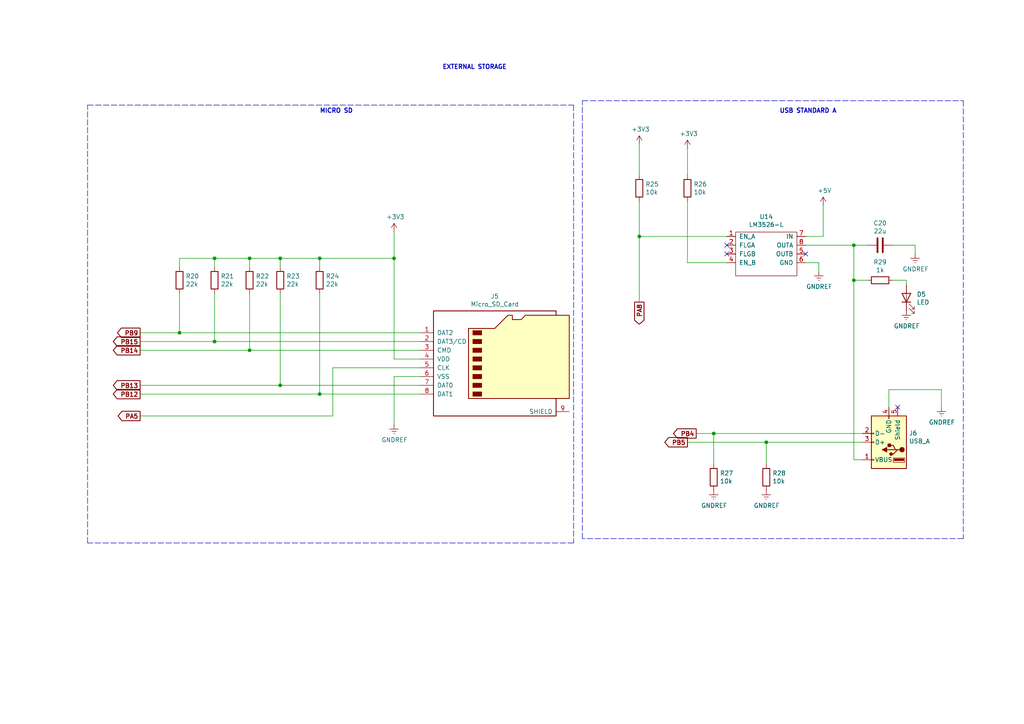
<source format=kicad_sch>
(kicad_sch (version 20211123) (generator eeschema)
  (paper "A4")
  (lib_symbols
    (symbol "Connector:Micro_SD_Card" (pin_names (offset 1.016))
      (property "Reference" "J" (at -16.51 15.24 0))
      (property "Value" "Micro_SD_Card" (at 16.51 15.24 0))
      (symbol "Micro_SD_Card_0_1"
        (rectangle (start -7.62 -9.525) (end -5.08 -10.795) (fill (type outline)))
        (rectangle (start -7.62 -6.985) (end -5.08 -8.255) (fill (type outline)))
        (rectangle (start -7.62 -4.445) (end -5.08 -5.715) (fill (type outline)))
        (rectangle (start -7.62 -1.905) (end -5.08 -3.175) (fill (type outline)))
        (rectangle (start -7.62 0.635) (end -5.08 -0.635) (fill (type outline)))
        (rectangle (start -7.62 3.175) (end -5.08 1.905) (fill (type outline)))
        (rectangle (start -7.62 5.715) (end -5.08 4.445) (fill (type outline)))
        (rectangle (start -7.62 8.255) (end -5.08 6.985) (fill (type outline)))
        (polyline (pts (xy 16.51 12.7) (xy 16.51 13.97) (xy -19.05 13.97) (xy -19.05 -16.51) (xy 16.51 -16.51) (xy 16.51 -11.43)) (stroke (width 0.254)))
        (polyline (pts (xy -8.89 -11.43) (xy -8.89 8.89) (xy -1.27 8.89) (xy 2.54 12.7) (xy 3.81 12.7) (xy 3.81 11.43) (xy 6.35 11.43) (xy 7.62 12.7) (xy 20.32 12.7) (xy 20.32 -11.43) (xy -8.89 -11.43)) (stroke (width 0.254)) (fill (type background)))
      )
      (symbol "Micro_SD_Card_1_1"
        (pin bidirectional line (at -22.86 7.62 0) (length 3.81) (name "DAT2") (number "1"))
        (pin bidirectional line (at -22.86 5.08 0) (length 3.81) (name "DAT3/CD") (number "2"))
        (pin input line (at -22.86 2.54 0) (length 3.81) (name "CMD") (number "3"))
        (pin power_in line (at -22.86 0 0) (length 3.81) (name "VDD") (number "4"))
        (pin input line (at -22.86 -2.54 0) (length 3.81) (name "CLK") (number "5"))
        (pin power_in line (at -22.86 -5.08 0) (length 3.81) (name "VSS") (number "6"))
        (pin bidirectional line (at -22.86 -7.62 0) (length 3.81) (name "DAT0") (number "7"))
        (pin bidirectional line (at -22.86 -10.16 0) (length 3.81) (name "DAT1") (number "8"))
        (pin passive line (at 20.32 -15.24 180) (length 3.81) (name "SHIELD") (number "9"))
      )
    )
    (symbol "Connector:USB_A" (pin_names (offset 1.016))
      (property "Reference" "J" (at -5.08 11.43 0))
      (property "Value" "USB_A" (at -5.08 8.89 0))
      (symbol "USB_A_0_1"
        (rectangle (start -5.08 -7.62) (end 5.08 7.62) (stroke (width 0.254)) (fill (type background)))
        (circle (center -3.81 2.159) (radius 0.635) (stroke (width 0.254)) (fill (type outline)))
        (rectangle (start -1.524 4.826) (end -4.318 5.334) (fill (type outline)))
        (rectangle (start -1.27 4.572) (end -4.572 5.842))
        (circle (center -0.635 3.429) (radius 0.381) (stroke (width 0.254)) (fill (type outline)))
        (rectangle (start -0.127 -7.62) (end 0.127 -6.858))
        (polyline (pts (xy -3.175 2.159) (xy -2.54 2.159) (xy -1.27 3.429) (xy -0.635 3.429)) (stroke (width 0.254)))
        (polyline (pts (xy -2.54 2.159) (xy -1.905 2.159) (xy -1.27 0.889) (xy 0 0.889)) (stroke (width 0.254)))
        (polyline (pts (xy 0.635 2.794) (xy 0.635 1.524) (xy 1.905 2.159) (xy 0.635 2.794)) (stroke (width 0.254)) (fill (type outline)))
        (rectangle (start 0.254 1.27) (end -0.508 0.508) (stroke (width 0.254)) (fill (type outline)))
        (rectangle (start 5.08 -2.667) (end 4.318 -2.413))
        (rectangle (start 5.08 -0.127) (end 4.318 0.127))
        (rectangle (start 5.08 4.953) (end 4.318 5.207))
      )
      (symbol "USB_A_1_1"
        (polyline (pts (xy -1.905 2.159) (xy 0.635 2.159)) (stroke (width 0.254)))
        (pin power_in line (at 7.62 5.08 180) (length 2.54) (name "VBUS") (number "1"))
        (pin bidirectional line (at 7.62 -2.54 180) (length 2.54) (name "D-") (number "2"))
        (pin bidirectional line (at 7.62 0 180) (length 2.54) (name "D+") (number "3"))
        (pin power_in line (at 0 -10.16 90) (length 2.54) (name "GND") (number "4"))
        (pin passive line (at -2.54 -10.16 90) (length 2.54) (name "Shield") (number "5"))
      )
    )
    (symbol "Device:C" (pin_numbers hide) (pin_names (offset 0.254))
      (property "Reference" "C" (at 0.635 2.54 0))
      (property "Value" "C" (at 0.635 -2.54 0))
      (symbol "C_0_1"
        (polyline (pts (xy -2.032 -0.762) (xy 2.032 -0.762)) (stroke (width 0.508)))
        (polyline (pts (xy -2.032 0.762) (xy 2.032 0.762)) (stroke (width 0.508)))
      )
      (symbol "C_1_1"
        (pin passive line (at 0 3.81 270) (length 2.794) (name "~") (number "1"))
        (pin passive line (at 0 -3.81 90) (length 2.794) (name "~") (number "2"))
      )
    )
    (symbol "Device:LED" (pin_numbers hide) (pin_names (offset 1.016) hide)
      (property "Reference" "D" (at 0 2.54 0))
      (property "Value" "LED" (at 0 -2.54 0))
      (symbol "LED_0_1"
        (polyline (pts (xy -1.27 -1.27) (xy -1.27 1.27)) (stroke (width 0.254)))
        (polyline (pts (xy -1.27 0) (xy 1.27 0)))
        (polyline (pts (xy 1.27 -1.27) (xy 1.27 1.27) (xy -1.27 0) (xy 1.27 -1.27)) (stroke (width 0.254)))
        (polyline (pts (xy -3.048 -0.762) (xy -4.572 -2.286) (xy -3.81 -2.286) (xy -4.572 -2.286) (xy -4.572 -1.524)))
        (polyline (pts (xy -1.778 -0.762) (xy -3.302 -2.286) (xy -2.54 -2.286) (xy -3.302 -2.286) (xy -3.302 -1.524)))
      )
      (symbol "LED_1_1"
        (pin passive line (at -3.81 0 0) (length 2.54) (name "K") (number "1"))
        (pin passive line (at 3.81 0 180) (length 2.54) (name "A") (number "2"))
      )
    )
    (symbol "Device:R" (pin_numbers hide) (pin_names (offset 0))
      (property "Reference" "R" (at 2.032 0 90))
      (property "Value" "R" (at 0 0 90))
      (symbol "R_0_1"
        (rectangle (start -1.016 -2.54) (end 1.016 2.54) (stroke (width 0.254)))
      )
      (symbol "R_1_1"
        (pin passive line (at 0 3.81 270) (length 1.27) (name "~") (number "1"))
        (pin passive line (at 0 -3.81 90) (length 1.27) (name "~") (number "2"))
      )
    )
    (symbol "my_ics:LM3526-L" (pin_names (offset 1.016))
      (property "Reference" "U" (at 3.81 7.62 0))
      (property "Value" "my_ics_LM3526-L" (at 5.08 5.08 0))
      (symbol "LM3526-L_0_0"
        (rectangle (start -3.81 3.81) (end 13.97 -8.89))
      )
      (symbol "LM3526-L_1_1"
        (pin input line (at -6.35 2.54 0) (length 2.54) (name "EN_A") (number "1"))
        (pin input line (at -6.35 0 0) (length 2.54) (name "FLGA") (number "2"))
        (pin input line (at -6.35 -2.54 0) (length 2.54) (name "FLGB") (number "3"))
        (pin input line (at -6.35 -5.08 0) (length 2.54) (name "EN_B") (number "4"))
        (pin output line (at 16.51 -2.54 180) (length 2.54) (name "OUTB") (number "5"))
        (pin input line (at 16.51 -5.08 180) (length 2.54) (name "GND") (number "6"))
        (pin input line (at 16.51 2.54 180) (length 2.54) (name "IN") (number "7"))
        (pin output line (at 16.51 0 180) (length 2.54) (name "OUTA") (number "8"))
      )
    )
    (symbol "power:+3.3V" (power) (pin_names (offset 0))
      (property "Value" "+3.3V" (at 0 3.556 0))
      (symbol "+3.3V_0_1"
        (polyline (pts (xy -0.762 1.27) (xy 0 2.54)))
        (polyline (pts (xy 0 0) (xy 0 2.54)))
        (polyline (pts (xy 0 2.54) (xy 0.762 1.27)))
      )
      (symbol "+3.3V_1_1"
        (pin power_in line (at 0 0 90) (length 0) hide (name "+3V3") (number "1"))
      )
    )
    (symbol "power:+5V" (power) (pin_names (offset 0))
      (property "Value" "+5V" (at 0 3.556 0))
      (symbol "+5V_0_1"
        (polyline (pts (xy -0.762 1.27) (xy 0 2.54)))
        (polyline (pts (xy 0 0) (xy 0 2.54)))
        (polyline (pts (xy 0 2.54) (xy 0.762 1.27)))
      )
      (symbol "+5V_1_1"
        (pin power_in line (at 0 0 90) (length 0) hide (name "+5V") (number "1"))
      )
    )
    (symbol "power:GNDREF" (power) (pin_names (offset 0))
      (property "Value" "GNDREF" (at 0 -3.81 0))
      (symbol "GNDREF_0_1"
        (polyline (pts (xy -0.635 -1.905) (xy 0.635 -1.905)))
        (polyline (pts (xy -0.127 -2.54) (xy 0.127 -2.54)))
        (polyline (pts (xy 0 -1.27) (xy 0 0)))
        (polyline (pts (xy 1.27 -1.27) (xy -1.27 -1.27)))
      )
      (symbol "GNDREF_1_1"
        (pin power_in line (at 0 0 270) (length 0) hide (name "GNDREF") (number "1"))
      )
    )
  )
  (junction (at 207.01 125.73))
  (junction (at 114.3 74.93))
  (junction (at 81.28 74.93))
  (junction (at 52.07 96.52))
  (junction (at 62.23 74.93))
  (junction (at 72.39 101.6))
  (junction (at 222.25 128.27))
  (junction (at 92.71 74.93))
  (junction (at 247.65 71.12))
  (junction (at 247.65 81.28))
  (junction (at 92.71 114.3))
  (junction (at 72.39 74.93))
  (junction (at 81.28 111.76))
  (junction (at 185.42 68.58))
  (junction (at 62.23 99.06))
  (no_connect (at 233.68 73.66))
  (no_connect (at 210.82 71.12))
  (no_connect (at 260.35 118.11))
  (no_connect (at 210.82 73.66))
  (wire (pts (xy 207.01 134.62) (xy 207.01 125.73)))
  (wire (pts (xy 273.05 113.03) (xy 273.05 118.11)))
  (wire (pts (xy 62.23 77.47) (xy 62.23 74.93)))
  (polyline (pts (xy 168.91 29.21) (xy 279.4 29.21)))
  (wire (pts (xy 250.19 125.73) (xy 207.01 125.73)))
  (wire (pts (xy 233.68 71.12) (xy 247.65 71.12)))
  (wire (pts (xy 40.64 114.3) (xy 92.71 114.3)))
  (wire (pts (xy 96.52 106.68) (xy 96.52 120.65)))
  (wire (pts (xy 233.68 76.2) (xy 237.49 76.2)))
  (wire (pts (xy 247.65 133.35) (xy 250.19 133.35)))
  (wire (pts (xy 222.25 128.27) (xy 199.39 128.27)))
  (wire (pts (xy 72.39 77.47) (xy 72.39 74.93)))
  (wire (pts (xy 259.08 81.28) (xy 262.89 81.28)))
  (wire (pts (xy 92.71 74.93) (xy 114.3 74.93)))
  (wire (pts (xy 92.71 114.3) (xy 121.92 114.3)))
  (wire (pts (xy 92.71 85.09) (xy 92.71 114.3)))
  (wire (pts (xy 62.23 74.93) (xy 72.39 74.93)))
  (wire (pts (xy 72.39 74.93) (xy 81.28 74.93)))
  (wire (pts (xy 96.52 120.65) (xy 40.64 120.65)))
  (polyline (pts (xy 166.37 30.48) (xy 166.37 157.48)))
  (wire (pts (xy 185.42 58.42) (xy 185.42 68.58)))
  (polyline (pts (xy 25.4 30.48) (xy 166.37 30.48)))
  (wire (pts (xy 185.42 68.58) (xy 185.42 87.63)))
  (wire (pts (xy 222.25 134.62) (xy 222.25 128.27)))
  (wire (pts (xy 257.81 113.03) (xy 273.05 113.03)))
  (wire (pts (xy 121.92 106.68) (xy 96.52 106.68)))
  (wire (pts (xy 52.07 85.09) (xy 52.07 96.52)))
  (wire (pts (xy 62.23 85.09) (xy 62.23 99.06)))
  (wire (pts (xy 199.39 76.2) (xy 210.82 76.2)))
  (wire (pts (xy 72.39 85.09) (xy 72.39 101.6)))
  (wire (pts (xy 81.28 111.76) (xy 40.64 111.76)))
  (wire (pts (xy 185.42 68.58) (xy 210.82 68.58)))
  (polyline (pts (xy 279.4 156.21) (xy 168.91 156.21)))
  (wire (pts (xy 62.23 99.06) (xy 40.64 99.06)))
  (wire (pts (xy 237.49 76.2) (xy 237.49 78.74)))
  (wire (pts (xy 233.68 68.58) (xy 238.76 68.58)))
  (wire (pts (xy 92.71 74.93) (xy 92.71 77.47)))
  (wire (pts (xy 199.39 58.42) (xy 199.39 76.2)))
  (wire (pts (xy 81.28 77.47) (xy 81.28 74.93)))
  (polyline (pts (xy 279.4 29.21) (xy 279.4 156.21)))
  (wire (pts (xy 250.19 128.27) (xy 222.25 128.27)))
  (wire (pts (xy 121.92 109.22) (xy 114.3 109.22)))
  (wire (pts (xy 52.07 77.47) (xy 52.07 74.93)))
  (wire (pts (xy 114.3 109.22) (xy 114.3 123.19)))
  (wire (pts (xy 265.43 71.12) (xy 265.43 73.66)))
  (wire (pts (xy 247.65 81.28) (xy 247.65 133.35)))
  (wire (pts (xy 257.81 118.11) (xy 257.81 113.03)))
  (wire (pts (xy 247.65 71.12) (xy 251.46 71.12)))
  (wire (pts (xy 52.07 96.52) (xy 40.64 96.52)))
  (polyline (pts (xy 25.4 157.48) (xy 25.4 30.48)))
  (wire (pts (xy 114.3 74.93) (xy 114.3 104.14)))
  (wire (pts (xy 199.39 50.8) (xy 199.39 43.18)))
  (wire (pts (xy 121.92 111.76) (xy 81.28 111.76)))
  (wire (pts (xy 207.01 125.73) (xy 201.93 125.73)))
  (wire (pts (xy 262.89 81.28) (xy 262.89 82.55)))
  (wire (pts (xy 247.65 81.28) (xy 247.65 71.12)))
  (wire (pts (xy 251.46 81.28) (xy 247.65 81.28)))
  (wire (pts (xy 238.76 68.58) (xy 238.76 59.69)))
  (wire (pts (xy 121.92 96.52) (xy 52.07 96.52)))
  (polyline (pts (xy 168.91 156.21) (xy 168.91 29.21)))
  (wire (pts (xy 81.28 74.93) (xy 92.71 74.93)))
  (wire (pts (xy 259.08 71.12) (xy 265.43 71.12)))
  (wire (pts (xy 114.3 104.14) (xy 121.92 104.14)))
  (wire (pts (xy 81.28 85.09) (xy 81.28 111.76)))
  (wire (pts (xy 72.39 101.6) (xy 121.92 101.6)))
  (wire (pts (xy 121.92 99.06) (xy 62.23 99.06)))
  (wire (pts (xy 52.07 74.93) (xy 62.23 74.93)))
  (wire (pts (xy 185.42 50.8) (xy 185.42 41.91)))
  (wire (pts (xy 40.64 101.6) (xy 72.39 101.6)))
  (polyline (pts (xy 166.37 157.48) (xy 25.4 157.48)))
  (wire (pts (xy 114.3 67.31) (xy 114.3 74.93)))
  (text "MICRO SD" (at 92.71 33.02 0) (effects (font (size 1.27 1.27) (thickness 0.254) bold) (justify left bottom)))
  (text "USB STANDARD A" (at 226.06 33.02 0) (effects (font (size 1.27 1.27) (thickness 0.254) bold) (justify left bottom)))
  (text "EXTERNAL STORAGE" (at 128.27 20.32 0) (effects (font (size 1.27 1.27) (thickness 0.254) bold) (justify left bottom)))
  (global_label "PB15" (shape output) (at 40.64 99.06 180) (effects (font (thickness 0.254) bold)) (property "Intersheet References" "${INTERSHEET_REFS}" (effects hide)))
  (global_label "PA5" (shape output) (at 40.64 120.65 180) (effects (font (thickness 0.254) bold)) (property "Intersheet References" "${INTERSHEET_REFS}" (effects hide)))
  (global_label "PB5" (shape output) (at 199.39 128.27 180) (effects (font (thickness 0.254) bold)) (property "Intersheet References" "${INTERSHEET_REFS}" (effects hide)))
  (global_label "PB13" (shape output) (at 40.64 111.76 180) (effects (font (thickness 0.254) bold)) (property "Intersheet References" "${INTERSHEET_REFS}" (effects hide)))
  (global_label "PB12" (shape output) (at 40.64 114.3 180) (effects (font (thickness 0.254) bold)) (property "Intersheet References" "${INTERSHEET_REFS}" (effects hide)))
  (global_label "PA8" (shape output) (at 185.42 87.63 270) (effects (font (thickness 0.254) bold)) (property "Intersheet References" "${INTERSHEET_REFS}" (effects hide)))
  (global_label "PB14" (shape output) (at 40.64 101.6 180) (effects (font (thickness 0.254) bold)) (property "Intersheet References" "${INTERSHEET_REFS}" (effects hide)))
  (global_label "PB4" (shape output) (at 201.93 125.73 180) (effects (font (thickness 0.254) bold)) (property "Intersheet References" "${INTERSHEET_REFS}" (effects hide)))
  (global_label "PB9" (shape output) (at 40.64 96.52 180) (effects (font (thickness 0.254) bold)) (property "Intersheet References" "${INTERSHEET_REFS}" (effects hide)))
  (symbol (lib_id "Device:R") (at 207.01 138.43 0) (unit 1)
    (property "Reference" "R27" (at 208.788 137.2616 0) (effects (justify left)))
    (property "Value" "10k" (at 208.788 139.573 0) (effects (justify left)))
    (property "Footprint" "digikey-footprints:1206" (effects hide))
  )
  (symbol (lib_id "Device:R") (at 222.25 138.43 0) (unit 1)
    (property "Reference" "R28" (at 224.028 137.2616 0) (effects (justify left)))
    (property "Value" "10k" (at 224.028 139.573 0) (effects (justify left)))
    (property "Footprint" "digikey-footprints:1206" (effects hide))
  )
  (symbol (lib_id "power:GNDREF") (at 207.01 142.24 0) (unit 1)
    (property "Reference" "#PWR045" (effects hide))
    (property "Value" "GNDREF" (at 207.137 146.6342 0))
  )
  (symbol (lib_id "power:GNDREF") (at 222.25 142.24 0) (unit 1)
    (property "Reference" "#PWR046" (effects hide))
    (property "Value" "GNDREF" (at 222.377 146.6342 0))
  )
  (symbol (lib_id "my_ics:LM3526-L") (at 217.17 71.12 0) (unit 1)
    (property "Reference" "U14" (at 222.25 62.865 0))
    (property "Value" "LM3526-L" (at 222.25 65.1764 0))
    (property "Footprint" "digikey-footprints:SOIC-8_W3.9mm" (effects hide))
  )
  (symbol (lib_id "Device:R") (at 185.42 54.61 0) (unit 1)
    (property "Reference" "R25" (at 187.198 53.4416 0) (effects (justify left)))
    (property "Value" "10k" (at 187.198 55.753 0) (effects (justify left)))
    (property "Footprint" "digikey-footprints:1206" (effects hide))
  )
  (symbol (lib_id "Device:R") (at 199.39 54.61 0) (unit 1)
    (property "Reference" "R26" (at 201.168 53.4416 0) (effects (justify left)))
    (property "Value" "10k" (at 201.168 55.753 0) (effects (justify left)))
    (property "Footprint" "digikey-footprints:1206" (effects hide))
  )
  (symbol (lib_id "power:+3.3V") (at 199.39 43.18 0) (unit 1)
    (property "Reference" "#PWR044" (effects hide))
    (property "Value" "+3.3V" (at 199.771 38.7858 0))
  )
  (symbol (lib_id "power:+3.3V") (at 185.42 41.91 0) (unit 1)
    (property "Reference" "#PWR043" (effects hide))
    (property "Value" "+3.3V" (at 185.801 37.5158 0))
  )
  (symbol (lib_id "power:+5V") (at 238.76 59.69 0) (unit 1)
    (property "Reference" "#PWR048" (effects hide))
    (property "Value" "+5V" (at 239.141 55.2958 0))
  )
  (symbol (lib_id "power:GNDREF") (at 237.49 78.74 0) (unit 1)
    (property "Reference" "#PWR047" (effects hide))
    (property "Value" "GNDREF" (at 237.617 83.1342 0))
  )
  (symbol (lib_id "Device:C") (at 255.27 71.12 90) (unit 1)
    (property "Reference" "C20" (at 255.27 64.7192 90))
    (property "Value" "22u" (at 255.27 67.0306 90))
    (property "Footprint" "Capacitor_THT:CP_Radial_D5.0mm_P2.00mm" (effects hide))
  )
  (symbol (lib_id "Device:R") (at 255.27 81.28 270) (unit 1)
    (property "Reference" "R29" (at 255.27 76.0222 90))
    (property "Value" "1k" (at 255.27 78.3336 90))
    (property "Footprint" "digikey-footprints:0603" (effects hide))
  )
  (symbol (lib_id "power:GNDREF") (at 265.43 73.66 0) (unit 1)
    (property "Reference" "#PWR050" (effects hide))
    (property "Value" "GNDREF" (at 265.557 78.0542 0))
  )
  (symbol (lib_id "Device:LED") (at 262.89 86.36 90) (unit 1)
    (property "Reference" "D5" (at 265.8872 85.3694 90) (effects (justify right)))
    (property "Value" "LED" (at 265.8872 87.6808 90) (effects (justify right)))
    (property "Footprint" "LED_SMD:LED_1206_3216Metric" (effects hide))
  )
  (symbol (lib_id "power:GNDREF") (at 262.89 90.17 0) (unit 1)
    (property "Reference" "#PWR049" (effects hide))
    (property "Value" "GNDREF" (at 263.017 94.5642 0))
  )
  (symbol (lib_id "Connector:USB_A") (at 257.81 128.27 180) (unit 1)
    (property "Reference" "J6" (at 263.652 125.6538 0) (effects (justify right)))
    (property "Value" "USB_A" (at 263.652 127.9652 0) (effects (justify right)))
    (property "Footprint" "digikey-footprints:USB_A_Female_UE27AC54100" (effects hide))
    (property "Datasheet" " ~" (effects hide))
  )
  (symbol (lib_id "power:GNDREF") (at 273.05 118.11 0) (unit 1)
    (property "Reference" "#PWR051" (effects hide))
    (property "Value" "GNDREF" (at 273.177 122.5042 0))
  )
  (symbol (lib_id "Connector:Micro_SD_Card") (at 144.78 104.14 0) (unit 1)
    (property "Reference" "J5" (at 143.51 85.9282 0))
    (property "Value" "Micro_SD_Card" (at 143.51 88.2396 0))
    (property "Footprint" "digikey-footprints:MicroSD_2908-05WB-MG" (effects hide))
    (property "Datasheet" "http://katalog.we-online.de/em/datasheet/693072010801.pdf" (effects hide))
  )
  (symbol (lib_id "Device:R") (at 52.07 81.28 0) (unit 1)
    (property "Reference" "R20" (at 53.848 80.1116 0) (effects (justify left)))
    (property "Value" "22k" (at 53.848 82.423 0) (effects (justify left)))
    (property "Footprint" "digikey-footprints:0603" (effects hide))
  )
  (symbol (lib_id "Device:R") (at 62.23 81.28 0) (unit 1)
    (property "Reference" "R21" (at 64.008 80.1116 0) (effects (justify left)))
    (property "Value" "22k" (at 64.008 82.423 0) (effects (justify left)))
    (property "Footprint" "digikey-footprints:0603" (effects hide))
  )
  (symbol (lib_id "Device:R") (at 72.39 81.28 0) (unit 1)
    (property "Reference" "R22" (at 74.168 80.1116 0) (effects (justify left)))
    (property "Value" "22k" (at 74.168 82.423 0) (effects (justify left)))
    (property "Footprint" "digikey-footprints:0603" (effects hide))
  )
  (symbol (lib_id "Device:R") (at 81.28 81.28 0) (unit 1)
    (property "Reference" "R23" (at 83.058 80.1116 0) (effects (justify left)))
    (property "Value" "22k" (at 83.058 82.423 0) (effects (justify left)))
    (property "Footprint" "digikey-footprints:0603" (effects hide))
  )
  (symbol (lib_id "Device:R") (at 92.71 81.28 0) (unit 1)
    (property "Reference" "R24" (at 94.488 80.1116 0) (effects (justify left)))
    (property "Value" "22k" (at 94.488 82.423 0) (effects (justify left)))
    (property "Footprint" "digikey-footprints:0603" (effects hide))
  )
  (symbol (lib_id "power:GNDREF") (at 114.3 123.19 0) (unit 1)
    (property "Reference" "#PWR042" (effects hide))
    (property "Value" "GNDREF" (at 114.427 127.5842 0))
  )
  (symbol (lib_id "power:+3.3V") (at 114.3 67.31 0) (unit 1)
    (property "Reference" "#PWR041" (effects hide))
    (property "Value" "+3.3V" (at 114.681 62.9158 0))
  )
)
</source>
